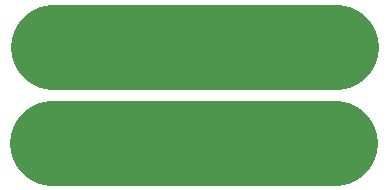
<source format=gbs>
%TF.GenerationSoftware,KiCad,Pcbnew,4.0.5-e0-6337~49~ubuntu16.04.1*%
%TF.CreationDate,2017-02-13T23:24:52-08:00*%
%TF.ProjectId,2x4-12mm-Square-SMT-Pushbutton,3278342D31326D6D2D5371756172652D,v1.0*%
%TF.FileFunction,Soldermask,Bot*%
%FSLAX46Y46*%
G04 Gerber Fmt 4.6, Leading zero omitted, Abs format (unit mm)*
G04 Created by KiCad (PCBNEW 4.0.5-e0-6337~49~ubuntu16.04.1) date Mon Feb 13 23:24:52 2017*
%MOMM*%
%LPD*%
G01*
G04 APERTURE LIST*
%ADD10C,0.350000*%
%ADD11C,7.200000*%
G04 APERTURE END LIST*
D10*
D11*
X44526200Y-51409600D02*
X20526200Y-51409600D01*
X44626200Y-43309600D02*
X20626200Y-43309600D01*
D10*
G36*
X20849310Y-48335447D02*
X21440255Y-48456751D01*
X21996398Y-48690532D01*
X22496534Y-49027878D01*
X22921621Y-49455943D01*
X23255466Y-49958421D01*
X23485356Y-50516176D01*
X23602464Y-51107614D01*
X23602464Y-51107624D01*
X23602531Y-51107963D01*
X23592910Y-51797016D01*
X23592833Y-51797354D01*
X23592833Y-51797362D01*
X23459257Y-52385301D01*
X23213885Y-52936416D01*
X22866137Y-53429378D01*
X22429262Y-53845409D01*
X21919900Y-54168661D01*
X21357454Y-54386819D01*
X20763347Y-54491576D01*
X20160203Y-54478942D01*
X19571000Y-54349397D01*
X19018182Y-54107877D01*
X18522807Y-53763582D01*
X18103737Y-53329623D01*
X17776938Y-52822530D01*
X17554856Y-52261614D01*
X17445955Y-51668258D01*
X17454377Y-51065041D01*
X17579806Y-50474947D01*
X17817459Y-49920458D01*
X18158291Y-49422688D01*
X18589312Y-49000600D01*
X19094113Y-48670268D01*
X19653459Y-48444277D01*
X20246045Y-48331236D01*
X20849310Y-48335447D01*
X20849310Y-48335447D01*
G37*
G36*
X44849310Y-48335447D02*
X45440255Y-48456751D01*
X45996398Y-48690532D01*
X46496534Y-49027878D01*
X46921621Y-49455943D01*
X47255466Y-49958421D01*
X47485356Y-50516176D01*
X47602464Y-51107614D01*
X47602464Y-51107624D01*
X47602531Y-51107963D01*
X47592910Y-51797016D01*
X47592833Y-51797354D01*
X47592833Y-51797362D01*
X47459257Y-52385301D01*
X47213885Y-52936416D01*
X46866137Y-53429378D01*
X46429262Y-53845409D01*
X45919900Y-54168661D01*
X45357454Y-54386819D01*
X44763347Y-54491576D01*
X44160203Y-54478942D01*
X43571000Y-54349397D01*
X43018182Y-54107877D01*
X42522807Y-53763582D01*
X42103737Y-53329623D01*
X41776938Y-52822530D01*
X41554856Y-52261614D01*
X41445955Y-51668258D01*
X41454377Y-51065041D01*
X41579806Y-50474947D01*
X41817459Y-49920458D01*
X42158291Y-49422688D01*
X42589312Y-49000600D01*
X43094113Y-48670268D01*
X43653459Y-48444277D01*
X44246045Y-48331236D01*
X44849310Y-48335447D01*
X44849310Y-48335447D01*
G37*
G36*
X28795743Y-48845107D02*
X29288715Y-48946300D01*
X29752656Y-49141323D01*
X30169875Y-49422741D01*
X30524488Y-49779837D01*
X30802985Y-50199010D01*
X30994762Y-50664295D01*
X31092443Y-51157622D01*
X31092443Y-51157632D01*
X31092510Y-51157971D01*
X31084484Y-51732786D01*
X31084407Y-51733124D01*
X31084407Y-51733133D01*
X30972989Y-52223542D01*
X30768298Y-52683287D01*
X30478202Y-53094522D01*
X30113756Y-53441580D01*
X29688842Y-53711239D01*
X29219640Y-53893230D01*
X28724031Y-53980620D01*
X28220881Y-53970080D01*
X27729361Y-53862012D01*
X27268194Y-53660533D01*
X26854947Y-53373319D01*
X26505354Y-53011305D01*
X26232735Y-52588282D01*
X26047471Y-52120359D01*
X25956625Y-51625376D01*
X25963650Y-51122165D01*
X26068285Y-50629902D01*
X26266538Y-50167341D01*
X26550863Y-49752095D01*
X26910426Y-49399985D01*
X27331537Y-49124418D01*
X27798150Y-48935894D01*
X28292491Y-48841594D01*
X28795743Y-48845107D01*
X28795743Y-48845107D01*
G37*
G36*
X36795743Y-48845107D02*
X37288715Y-48946300D01*
X37752656Y-49141323D01*
X38169875Y-49422741D01*
X38524488Y-49779837D01*
X38802985Y-50199010D01*
X38994762Y-50664295D01*
X39092443Y-51157622D01*
X39092443Y-51157632D01*
X39092510Y-51157971D01*
X39084484Y-51732786D01*
X39084407Y-51733124D01*
X39084407Y-51733133D01*
X38972989Y-52223542D01*
X38768298Y-52683287D01*
X38478202Y-53094522D01*
X38113756Y-53441580D01*
X37688842Y-53711239D01*
X37219640Y-53893230D01*
X36724031Y-53980620D01*
X36220881Y-53970080D01*
X35729361Y-53862012D01*
X35268194Y-53660533D01*
X34854947Y-53373319D01*
X34505354Y-53011305D01*
X34232735Y-52588282D01*
X34047471Y-52120359D01*
X33956625Y-51625376D01*
X33963650Y-51122165D01*
X34068285Y-50629902D01*
X34266538Y-50167341D01*
X34550863Y-49752095D01*
X34910426Y-49399985D01*
X35331537Y-49124418D01*
X35798150Y-48935894D01*
X36292491Y-48841594D01*
X36795743Y-48845107D01*
X36795743Y-48845107D01*
G37*
G36*
X20849310Y-40335447D02*
X21440255Y-40456751D01*
X21996398Y-40690532D01*
X22496534Y-41027878D01*
X22921621Y-41455943D01*
X23255466Y-41958421D01*
X23485356Y-42516176D01*
X23602464Y-43107614D01*
X23602464Y-43107624D01*
X23602531Y-43107963D01*
X23592910Y-43797016D01*
X23592833Y-43797354D01*
X23592833Y-43797362D01*
X23459257Y-44385301D01*
X23213885Y-44936416D01*
X22866137Y-45429378D01*
X22429262Y-45845409D01*
X21919900Y-46168661D01*
X21357454Y-46386819D01*
X20763347Y-46491576D01*
X20160203Y-46478942D01*
X19571000Y-46349397D01*
X19018182Y-46107877D01*
X18522807Y-45763582D01*
X18103737Y-45329623D01*
X17776938Y-44822530D01*
X17554856Y-44261614D01*
X17445955Y-43668258D01*
X17454377Y-43065041D01*
X17579806Y-42474947D01*
X17817459Y-41920458D01*
X18158291Y-41422688D01*
X18589312Y-41000600D01*
X19094113Y-40670268D01*
X19653459Y-40444277D01*
X20246045Y-40331236D01*
X20849310Y-40335447D01*
X20849310Y-40335447D01*
G37*
G36*
X44849310Y-40335447D02*
X45440255Y-40456751D01*
X45996398Y-40690532D01*
X46496534Y-41027878D01*
X46921621Y-41455943D01*
X47255466Y-41958421D01*
X47485356Y-42516176D01*
X47602464Y-43107614D01*
X47602464Y-43107624D01*
X47602531Y-43107963D01*
X47592910Y-43797016D01*
X47592833Y-43797354D01*
X47592833Y-43797362D01*
X47459257Y-44385301D01*
X47213885Y-44936416D01*
X46866137Y-45429378D01*
X46429262Y-45845409D01*
X45919900Y-46168661D01*
X45357454Y-46386819D01*
X44763347Y-46491576D01*
X44160203Y-46478942D01*
X43571000Y-46349397D01*
X43018182Y-46107877D01*
X42522807Y-45763582D01*
X42103737Y-45329623D01*
X41776938Y-44822530D01*
X41554856Y-44261614D01*
X41445955Y-43668258D01*
X41454377Y-43065041D01*
X41579806Y-42474947D01*
X41817459Y-41920458D01*
X42158291Y-41422688D01*
X42589312Y-41000600D01*
X43094113Y-40670268D01*
X43653459Y-40444277D01*
X44246045Y-40331236D01*
X44849310Y-40335447D01*
X44849310Y-40335447D01*
G37*
G36*
X28795743Y-40845107D02*
X29288715Y-40946300D01*
X29752656Y-41141323D01*
X30169875Y-41422741D01*
X30524488Y-41779837D01*
X30802985Y-42199010D01*
X30994762Y-42664295D01*
X31092443Y-43157622D01*
X31092443Y-43157632D01*
X31092510Y-43157971D01*
X31084484Y-43732786D01*
X31084407Y-43733124D01*
X31084407Y-43733133D01*
X30972989Y-44223542D01*
X30768298Y-44683287D01*
X30478202Y-45094522D01*
X30113756Y-45441580D01*
X29688842Y-45711239D01*
X29219640Y-45893230D01*
X28724031Y-45980620D01*
X28220881Y-45970080D01*
X27729361Y-45862012D01*
X27268194Y-45660533D01*
X26854947Y-45373319D01*
X26505354Y-45011305D01*
X26232735Y-44588282D01*
X26047471Y-44120359D01*
X25956625Y-43625376D01*
X25963650Y-43122165D01*
X26068285Y-42629902D01*
X26266538Y-42167341D01*
X26550863Y-41752095D01*
X26910426Y-41399985D01*
X27331537Y-41124418D01*
X27798150Y-40935894D01*
X28292491Y-40841594D01*
X28795743Y-40845107D01*
X28795743Y-40845107D01*
G37*
G36*
X36795743Y-40845107D02*
X37288715Y-40946300D01*
X37752656Y-41141323D01*
X38169875Y-41422741D01*
X38524488Y-41779837D01*
X38802985Y-42199010D01*
X38994762Y-42664295D01*
X39092443Y-43157622D01*
X39092443Y-43157632D01*
X39092510Y-43157971D01*
X39084484Y-43732786D01*
X39084407Y-43733124D01*
X39084407Y-43733133D01*
X38972989Y-44223542D01*
X38768298Y-44683287D01*
X38478202Y-45094522D01*
X38113756Y-45441580D01*
X37688842Y-45711239D01*
X37219640Y-45893230D01*
X36724031Y-45980620D01*
X36220881Y-45970080D01*
X35729361Y-45862012D01*
X35268194Y-45660533D01*
X34854947Y-45373319D01*
X34505354Y-45011305D01*
X34232735Y-44588282D01*
X34047471Y-44120359D01*
X33956625Y-43625376D01*
X33963650Y-43122165D01*
X34068285Y-42629902D01*
X34266538Y-42167341D01*
X34550863Y-41752095D01*
X34910426Y-41399985D01*
X35331537Y-41124418D01*
X35798150Y-40935894D01*
X36292491Y-40841594D01*
X36795743Y-40845107D01*
X36795743Y-40845107D01*
G37*
M02*

</source>
